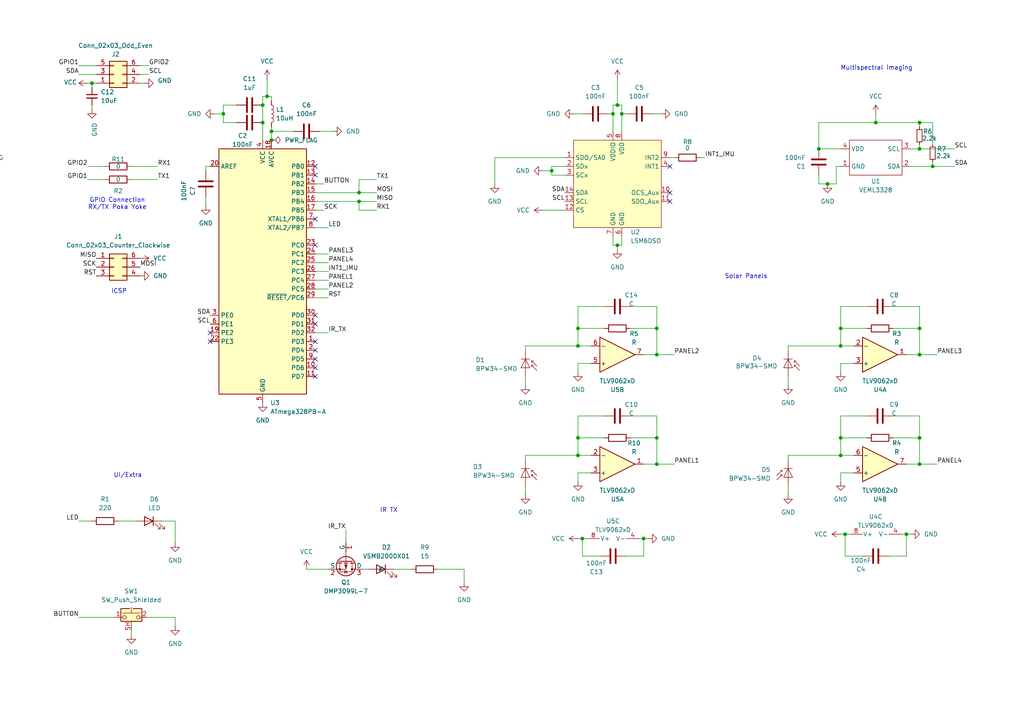
<source format=kicad_sch>
(kicad_sch (version 20231120) (generator "eeschema") (generator_version "8.0")
  (paper "A4")
  (lib_symbols
    (symbol "Amplifier_Operational:TLV9062xD" (pin_names (offset 0.127))
      (property "Reference" "U" (at 2.54 6.35 0))
      (property "Value" "TLV9062xD" (at 2.54 3.81 0))
      (symbol "TLV9062xD_1_1"
        (pin output line (at 7.62 0 180) (length 2.54) (name "~") (number "1"))
        (pin input line (at -7.62 -2.54 0) (length 2.54) (name "-") (number "2"))
        (pin input line (at -7.62 2.54 0) (length 2.54) (name "+") (number "3"))
      )
      (symbol "TLV9062xD_2_1"
        (pin input line (at -7.62 2.54 0) (length 2.54) (name "+") (number "5"))
        (pin input line (at -7.62 -2.54 0) (length 2.54) (name "-") (number "6"))
        (pin output line (at 7.62 0 180) (length 2.54) (name "~") (number "7"))
      )
      (symbol "TLV9062xD_3_1"
        (pin power_in line (at 0 -7.62 90) (length 3.81) (name "V-") (number "4"))
        (pin power_in line (at 0 7.62 270) (length 3.81) (name "V+") (number "8"))
      )
    )
    (symbol "Connector_Generic:Conn_02x03_Counter_Clockwise" (pin_names (offset 1.016) hide)
      (property "Reference" "J" (at 1.27 5.08 0))
      (property "Value" "Conn_02x03_Counter_Clockwise" (at 1.27 -5.08 0))
      (symbol "Conn_02x03_Counter_Clockwise_1_1"
        (pin passive line (at -5.08 2.54 0) (length 3.81) (name "Pin_1") (number "1"))
        (pin passive line (at -5.08 0 0) (length 3.81) (name "Pin_2") (number "2"))
        (pin passive line (at -5.08 -2.54 0) (length 3.81) (name "Pin_3") (number "3"))
        (pin passive line (at 7.62 -2.54 180) (length 3.81) (name "Pin_4") (number "4"))
        (pin passive line (at 7.62 0 180) (length 3.81) (name "Pin_5") (number "5"))
        (pin passive line (at 7.62 2.54 180) (length 3.81) (name "Pin_6") (number "6"))
      )
    )
    (symbol "Connector_Generic:Conn_02x03_Odd_Even" (pin_names (offset 1.016) hide)
      (property "Reference" "J" (at 1.27 5.08 0))
      (property "Value" "Conn_02x03_Odd_Even" (at 1.27 -5.08 0))
      (symbol "Conn_02x03_Odd_Even_1_1"
        (pin passive line (at -5.08 2.54 0) (length 3.81) (name "Pin_1") (number "1"))
        (pin passive line (at 7.62 2.54 180) (length 3.81) (name "Pin_2") (number "2"))
        (pin passive line (at -5.08 0 0) (length 3.81) (name "Pin_3") (number "3"))
        (pin passive line (at 7.62 0 180) (length 3.81) (name "Pin_4") (number "4"))
        (pin passive line (at -5.08 -2.54 0) (length 3.81) (name "Pin_5") (number "5"))
        (pin passive line (at 7.62 -2.54 180) (length 3.81) (name "Pin_6") (number "6"))
      )
    )
    (symbol "Device:C" (pin_numbers hide) (pin_names (offset 0.254))
      (property "Reference" "C" (at 0.635 2.54 0))
      (property "Value" "C" (at 0.635 -2.54 0))
      (symbol "C_1_1"
        (pin passive line (at 0 3.81 270) (length 2.794) (name "~") (number "1"))
        (pin passive line (at 0 -3.81 90) (length 2.794) (name "~") (number "2"))
      )
    )
    (symbol "Device:C_Small" (pin_numbers hide) (pin_names (offset 0.254) hide)
      (property "Reference" "C" (at 0.254 1.778 0))
      (property "Value" "C_Small" (at 0.254 -2.032 0))
      (symbol "C_Small_1_1"
        (pin passive line (at 0 2.54 270) (length 2.032) (name "~") (number "1"))
        (pin passive line (at 0 -2.54 90) (length 2.032) (name "~") (number "2"))
      )
    )
    (symbol "Device:L" (pin_numbers hide) (pin_names (offset 1.016) hide)
      (property "Reference" "L" (at -1.27 0 90))
      (property "Value" "L" (at 1.905 0 90))
      (symbol "L_1_1"
        (pin passive line (at 0 3.81 270) (length 1.27) (name "1") (number "1"))
        (pin passive line (at 0 -3.81 90) (length 1.27) (name "2") (number "2"))
      )
    )
    (symbol "Device:LED" (pin_numbers hide) (pin_names (offset 1.016) hide)
      (property "Reference" "D" (at 0 2.54 0))
      (property "Value" "LED" (at 0 -2.54 0))
      (symbol "LED_1_1"
        (pin passive line (at -3.81 0 0) (length 2.54) (name "K") (number "1"))
        (pin passive line (at 3.81 0 180) (length 2.54) (name "A") (number "2"))
      )
    )
    (symbol "Device:Q_PMOS_GSD" (pin_names (offset 0))
      (property "Reference" "Q" (at 5.08 1.27 0))
      (property "Value" "Q_PMOS_GSD" (at 5.08 -1.27 0))
      (symbol "Q_PMOS_GSD_1_1"
        (pin input line (at -5.08 0 0) (length 2.54) (name "G") (number "1"))
        (pin passive line (at 2.54 -5.08 90) (length 2.54) (name "S") (number "2"))
        (pin passive line (at 2.54 5.08 270) (length 2.54) (name "D") (number "3"))
      )
    )
    (symbol "Device:R" (pin_numbers hide) (pin_names (offset 0))
      (property "Reference" "R" (at 2.032 0 90))
      (property "Value" "R" (at 0 0 90))
      (symbol "R_1_1"
        (pin passive line (at 0 3.81 270) (length 1.27) (name "~") (number "1"))
        (pin passive line (at 0 -3.81 90) (length 1.27) (name "~") (number "2"))
      )
    )
    (symbol "Device:R_Small" (pin_numbers hide) (pin_names (offset 0.254) hide)
      (property "Reference" "R" (at 0.762 0.508 0))
      (property "Value" "R_Small" (at 0.762 -1.016 0))
      (symbol "R_Small_1_1"
        (pin passive line (at 0 2.54 270) (length 0.762) (name "~") (number "1"))
        (pin passive line (at 0 -2.54 90) (length 0.762) (name "~") (number "2"))
      )
    )
    (symbol "MCU_Microchip_ATmega:ATmega328PB-A"
      (property "Reference" "U" (at -12.7 36.83 0))
      (property "Value" "ATmega328PB-A" (at 2.54 -36.83 0))
      (symbol "ATmega328PB-A_1_1"
        (pin bidirectional line (at 15.24 -20.32 180) (length 2.54) (name "PD3") (number "1"))
        (pin bidirectional line (at 15.24 -27.94 180) (length 2.54) (name "PD6") (number "10"))
        (pin bidirectional line (at 15.24 -30.48 180) (length 2.54) (name "PD7") (number "11"))
        (pin bidirectional line (at 15.24 30.48 180) (length 2.54) (name "PB0") (number "12"))
        (pin bidirectional line (at 15.24 27.94 180) (length 2.54) (name "PB1") (number "13"))
        (pin bidirectional line (at 15.24 25.4 180) (length 2.54) (name "PB2") (number "14"))
        (pin bidirectional line (at 15.24 22.86 180) (length 2.54) (name "PB3") (number "15"))
        (pin bidirectional line (at 15.24 20.32 180) (length 2.54) (name "PB4") (number "16"))
        (pin bidirectional line (at 15.24 17.78 180) (length 2.54) (name "PB5") (number "17"))
        (pin power_in line (at 2.54 38.1 270) (length 2.54) (name "AVCC") (number "18"))
        (pin bidirectional line (at -15.24 -17.78 0) (length 2.54) (name "PE2") (number "19"))
        (pin bidirectional line (at 15.24 -22.86 180) (length 2.54) (name "PD4") (number "2"))
        (pin passive line (at -15.24 30.48 0) (length 2.54) (name "AREF") (number "20"))
        (pin passive line (at 0 -38.1 90) (length 2.54) hide (name "GND") (number "21"))
        (pin bidirectional line (at -15.24 -20.32 0) (length 2.54) (name "PE3") (number "22"))
        (pin bidirectional line (at 15.24 7.62 180) (length 2.54) (name "PC0") (number "23"))
        (pin bidirectional line (at 15.24 5.08 180) (length 2.54) (name "PC1") (number "24"))
        (pin bidirectional line (at 15.24 2.54 180) (length 2.54) (name "PC2") (number "25"))
        (pin bidirectional line (at 15.24 0 180) (length 2.54) (name "PC3") (number "26"))
        (pin bidirectional line (at 15.24 -2.54 180) (length 2.54) (name "PC4") (number "27"))
        (pin bidirectional line (at 15.24 -5.08 180) (length 2.54) (name "PC5") (number "28"))
        (pin bidirectional line (at 15.24 -7.62 180) (length 2.54) (name "~{RESET}/PC6") (number "29"))
        (pin bidirectional line (at -15.24 -12.7 0) (length 2.54) (name "PE0") (number "3"))
        (pin bidirectional line (at 15.24 -12.7 180) (length 2.54) (name "PD0") (number "30"))
        (pin bidirectional line (at 15.24 -15.24 180) (length 2.54) (name "PD1") (number "31"))
        (pin bidirectional line (at 15.24 -17.78 180) (length 2.54) (name "PD2") (number "32"))
        (pin power_in line (at 0 38.1 270) (length 2.54) (name "VCC") (number "4"))
        (pin power_in line (at 0 -38.1 90) (length 2.54) (name "GND") (number "5"))
        (pin bidirectional line (at -15.24 -15.24 0) (length 2.54) (name "PE1") (number "6"))
        (pin bidirectional line (at 15.24 15.24 180) (length 2.54) (name "XTAL1/PB6") (number "7"))
        (pin bidirectional line (at 15.24 12.7 180) (length 2.54) (name "XTAL2/PB7") (number "8"))
        (pin bidirectional line (at 15.24 -25.4 180) (length 2.54) (name "PD5") (number "9"))
      )
    )
    (symbol "Sensor_Optical:BPW34-SMD" (pin_numbers hide) (pin_names (offset 1.016) hide)
      (property "Reference" "D" (at 0.508 1.778 0))
      (property "Value" "BPW34-SMD" (at -1.016 -2.794 0))
      (symbol "BPW34-SMD_1_1"
        (pin passive line (at -5.08 0 0) (length 2.54) (name "K") (number "1"))
        (pin passive line (at 2.54 0 180) (length 2.54) (name "A") (number "2"))
      )
    )
    (symbol "Switch:SW_Push_Shielded" (pin_names (offset 1.016) hide)
      (property "Reference" "SW" (at 4.318 2.032 0))
      (property "Value" "SW_Push_Shielded" (at 0 4.572 0))
      (symbol "SW_Push_Shielded_0_1"
        (pin passive line (at -5.08 0 0) (length 2.54) (name "1") (number "1"))
        (pin passive line (at 5.08 0 180) (length 2.54) (name "2") (number "2"))
      )
      (symbol "SW_Push_Shielded_1_1"
        (pin passive line (at 0 -3.81 90) (length 2.54) (name "B") (number "SH"))
      )
    )
    (symbol "optical_sensors:LSM6DSO"
      (property "Reference" "U" (at -12.446 16.256 0))
      (property "Value" "LSM6DSO" (at -8.636 14.478 0))
      (symbol "LSM6DSO_1_1"
        (pin bidirectional line (at -15.24 7.62 0) (length 2.54) (name "SDO/SA0") (number "1"))
        (pin output line (at 15.24 -2.54 180) (length 2.54) (name "OCS_Aux") (number "10"))
        (pin output line (at 15.24 -5.08 180) (length 2.54) (name "SDO_Aux") (number "11"))
        (pin input line (at -15.24 -7.62 0) (length 2.54) (name "CS") (number "12"))
        (pin output line (at -15.24 -5.08 0) (length 2.54) (name "SCL") (number "13"))
        (pin bidirectional line (at -15.24 -2.54 0) (length 2.54) (name "SDA") (number "14"))
        (pin bidirectional line (at -15.24 5.08 0) (length 2.54) (name "SDx") (number "2"))
        (pin input line (at -15.24 2.54 0) (length 2.54) (name "SCx") (number "3"))
        (pin output line (at 15.24 5.08 180) (length 2.54) (name "INT1") (number "4"))
        (pin power_in line (at -1.27 15.24 270) (length 2.54) (name "VDDIO") (number "5"))
        (pin power_in line (at 1.27 -15.24 90) (length 2.54) (name "GND") (number "6"))
        (pin power_in line (at -1.27 -15.24 90) (length 2.54) (name "GND") (number "7"))
        (pin power_in line (at 1.27 15.24 270) (length 2.54) (name "VDD") (number "8"))
        (pin output line (at 15.24 7.62 180) (length 2.54) (name "INT2") (number "9"))
      )
    )
    (symbol "optical_sensors:VEML3328"
      (property "Reference" "U" (at 0 9.652 0))
      (property "Value" "VEML3328" (at 0 7.366 0))
      (symbol "VEML3328_1_1"
        (pin power_in line (at -10.16 -2.54 0) (length 2.54) (name "GND") (number "1"))
        (pin bidirectional line (at 10.16 -2.54 180) (length 2.54) (name "SDA") (number "2"))
        (pin bidirectional line (at 10.16 2.54 180) (length 2.54) (name "SCL") (number "3"))
        (pin power_in line (at -10.16 2.54 0) (length 2.54) (name "VDD") (number "4"))
      )
    )
    (symbol "optical_sensors:VSMB2000X01" (pin_numbers hide)
      (property "Reference" "D" (at 0 4.826 0))
      (property "Value" "VSMB2000X01" (at 0 2.794 0))
      (symbol "VSMB2000X01_1_1"
        (pin passive line (at -2.54 0 0) (length 2.54) (name "K") (number "1"))
        (pin passive line (at 5.08 0 180) (length 2.54) (name "A") (number "2"))
      )
    )
    (symbol "power:GND" (power) (pin_numbers hide) (pin_names (offset 0) hide)
      (property "Value" "GND" (at 0 -3.81 0))
      (symbol "GND_1_1"
        (pin power_in line (at 0 0 270) (length 0) (name "~") (number "1"))
      )
    )
    (symbol "power:PWR_FLAG" (power) (pin_numbers hide) (pin_names (offset 0) hide)
      (property "Value" "PWR_FLAG" (at 0 3.81 0))
      (symbol "PWR_FLAG_0_0"
        (pin power_out line (at 0 0 90) (length 0) (name "~") (number "1"))
      )
    )
    (symbol "power:VCC" (power) (pin_numbers hide) (pin_names (offset 0) hide)
      (property "Value" "VCC" (at 0 3.556 0))
      (symbol "VCC_1_1"
        (pin power_in line (at 0 0 90) (length 0) (name "~") (number "1"))
      )
    )
  )
  (junction (at 266.7 35.56))
  (junction (at 77.47 27.94))
  (junction (at 177.8 33.02))
  (junction (at 266.7 134.62))
  (junction (at 186.69 156.21))
  (junction (at 167.64 100.33))
  (junction (at 179.07 71.12))
  (junction (at 76.2 35.56))
  (junction (at 167.64 132.08))
  (junction (at 240.03 53.34))
  (junction (at 168.91 156.21))
  (junction (at 266.7 127))
  (junction (at 190.5 95.25))
  (junction (at 64.77 33.02))
  (junction (at 104.14 58.42))
  (junction (at 237.49 43.18))
  (junction (at 179.07 30.48))
  (junction (at 180.34 33.02))
  (junction (at 243.84 127))
  (junction (at 26.67 24.13))
  (junction (at 167.64 95.25))
  (junction (at 266.7 102.87))
  (junction (at 270.51 48.26))
  (junction (at 78.74 40.64))
  (junction (at 78.74 38.1))
  (junction (at 243.84 100.33))
  (junction (at 254 35.56))
  (junction (at 243.84 132.08))
  (junction (at 262.89 154.94))
  (junction (at 266.7 43.18))
  (junction (at 76.2 30.48))
  (junction (at 190.5 134.62))
  (junction (at 245.11 154.94))
  (junction (at 190.5 102.87))
  (junction (at 104.14 55.88))
  (junction (at 167.64 127))
  (junction (at 266.7 95.25))
  (junction (at 190.5 127))
  (junction (at 243.84 95.25))
  (junction (at 160.02 49.53))
  (no_connect (at 60.96 99.06))
  (no_connect (at 91.44 93.98))
  (no_connect (at 91.44 71.12))
  (no_connect (at 91.44 101.6))
  (no_connect (at 91.44 104.14))
  (no_connect (at 91.44 106.68))
  (no_connect (at 60.96 96.52))
  (no_connect (at 91.44 50.8))
  (no_connect (at 194.31 58.42))
  (no_connect (at 91.44 99.06))
  (no_connect (at 194.31 48.26))
  (no_connect (at 91.44 109.22))
  (no_connect (at 91.44 63.5))
  (no_connect (at 194.31 55.88))
  (no_connect (at 91.44 91.44))
  (no_connect (at 91.44 48.26))
  (wire (pts (xy 261.62 154.94) (xy 262.89 154.94)))
  (wire (pts (xy 152.4 133.35) (xy 152.4 132.08)))
  (wire (pts (xy 163.83 48.26) (xy 160.02 48.26)))
  (wire (pts (xy 134.62 165.1) (xy 134.62 168.91)))
  (wire (pts (xy 104.14 55.88) (xy 104.14 52.07)))
  (wire (pts (xy 243.84 105.41) (xy 243.84 107.95)))
  (wire (pts (xy 50.8 151.13) (xy 50.8 157.48)))
  (wire (pts (xy 179.07 71.12) (xy 180.34 71.12)))
  (wire (pts (xy 254 35.56) (xy 254 33.02)))
  (wire (pts (xy 179.07 30.48) (xy 180.34 30.48)))
  (wire (pts (xy 180.34 33.02) (xy 180.34 38.1)))
  (wire (pts (xy 177.8 33.02) (xy 177.8 38.1)))
  (wire (pts (xy 264.16 48.26) (xy 270.51 48.26)))
  (wire (pts (xy 22.86 21.59) (xy 27.94 21.59)))
  (wire (pts (xy 167.64 132.08) (xy 171.45 132.08)))
  (wire (pts (xy 78.74 36.83) (xy 78.74 38.1)))
  (wire (pts (xy 38.1 182.88) (xy 38.1 184.15)))
  (wire (pts (xy 152.4 132.08) (xy 167.64 132.08)))
  (wire (pts (xy 22.86 179.07) (xy 33.02 179.07)))
  (wire (pts (xy 104.14 60.96) (xy 109.22 60.96)))
  (wire (pts (xy 242.57 48.26) (xy 242.57 53.34)))
  (wire (pts (xy 189.23 33.02) (xy 191.77 33.02)))
  (wire (pts (xy 160.02 49.53) (xy 157.48 49.53)))
  (wire (pts (xy 270.51 46.99) (xy 270.51 48.26)))
  (wire (pts (xy 59.69 49.53) (xy 59.69 48.26)))
  (wire (pts (xy 190.5 88.9) (xy 190.5 95.25)))
  (wire (pts (xy 228.6 133.35) (xy 228.6 132.08)))
  (wire (pts (xy 167.64 120.65) (xy 175.26 120.65)))
  (wire (pts (xy 39.37 151.13) (xy 34.29 151.13)))
  (wire (pts (xy 243.84 127) (xy 243.84 120.65)))
  (wire (pts (xy 106.68 165.1) (xy 105.41 165.1)))
  (wire (pts (xy 160.02 50.8) (xy 163.83 50.8)))
  (wire (pts (xy 266.7 43.18) (xy 276.86 43.18)))
  (wire (pts (xy 266.7 120.65) (xy 266.7 127)))
  (wire (pts (xy 259.08 95.25) (xy 266.7 95.25)))
  (wire (pts (xy 259.08 127) (xy 266.7 127)))
  (wire (pts (xy 64.77 30.48) (xy 64.77 33.02)))
  (wire (pts (xy 179.07 22.86) (xy 179.07 30.48)))
  (wire (pts (xy 237.49 35.56) (xy 237.49 43.18)))
  (wire (pts (xy 190.5 120.65) (xy 190.5 127)))
  (wire (pts (xy 91.44 78.74) (xy 95.25 78.74)))
  (wire (pts (xy 95.25 165.1) (xy 88.9 165.1)))
  (wire (pts (xy 62.23 33.02) (xy 64.77 33.02)))
  (wire (pts (xy 168.91 156.21) (xy 170.18 156.21)))
  (wire (pts (xy 91.44 73.66) (xy 95.25 73.66)))
  (wire (pts (xy 259.08 120.65) (xy 266.7 120.65)))
  (wire (pts (xy 243.84 137.16) (xy 243.84 139.7)))
  (wire (pts (xy 40.64 19.05) (xy 43.18 19.05)))
  (wire (pts (xy 237.49 53.34) (xy 240.03 53.34)))
  (wire (pts (xy 167.64 95.25) (xy 167.64 88.9)))
  (wire (pts (xy 152.4 100.33) (xy 167.64 100.33)))
  (wire (pts (xy 26.67 24.13) (xy 26.67 25.4)))
  (wire (pts (xy 93.98 53.34) (xy 91.44 53.34)))
  (wire (pts (xy 78.74 27.94) (xy 78.74 29.21)))
  (wire (pts (xy 25.4 48.26) (xy 30.48 48.26)))
  (wire (pts (xy 182.88 88.9) (xy 190.5 88.9)))
  (wire (pts (xy 264.16 43.18) (xy 266.7 43.18)))
  (wire (pts (xy 237.49 35.56) (xy 254 35.56)))
  (wire (pts (xy 91.44 96.52) (xy 95.25 96.52)))
  (wire (pts (xy 104.14 58.42) (xy 104.14 60.96)))
  (wire (pts (xy 59.69 57.15) (xy 59.69 59.69)))
  (wire (pts (xy 243.84 95.25) (xy 251.46 95.25)))
  (wire (pts (xy 243.84 154.94) (xy 245.11 154.94)))
  (wire (pts (xy 64.77 30.48) (xy 68.58 30.48)))
  (wire (pts (xy 257.81 161.29) (xy 262.89 161.29)))
  (wire (pts (xy 22.86 19.05) (xy 27.94 19.05)))
  (wire (pts (xy 160.02 48.26) (xy 160.02 49.53)))
  (wire (pts (xy 245.11 161.29) (xy 250.19 161.29)))
  (wire (pts (xy 190.5 95.25) (xy 190.5 102.87)))
  (wire (pts (xy 181.61 161.29) (xy 186.69 161.29)))
  (wire (pts (xy 247.65 137.16) (xy 243.84 137.16)))
  (wire (pts (xy 266.7 88.9) (xy 266.7 95.25)))
  (wire (pts (xy 171.45 105.41) (xy 167.64 105.41)))
  (wire (pts (xy 243.84 100.33) (xy 247.65 100.33)))
  (wire (pts (xy 262.89 154.94) (xy 264.16 154.94)))
  (wire (pts (xy 259.08 88.9) (xy 266.7 88.9)))
  (wire (pts (xy 240.03 53.34) (xy 242.57 53.34)))
  (wire (pts (xy 245.11 154.94) (xy 245.11 161.29)))
  (wire (pts (xy 40.64 21.59) (xy 43.18 21.59)))
  (wire (pts (xy 243.84 132.08) (xy 247.65 132.08)))
  (wire (pts (xy 186.69 156.21) (xy 186.69 161.29)))
  (wire (pts (xy 91.44 83.82) (xy 95.25 83.82)))
  (wire (pts (xy 186.69 102.87) (xy 190.5 102.87)))
  (wire (pts (xy 104.14 52.07) (xy 109.22 52.07)))
  (wire (pts (xy 180.34 30.48) (xy 180.34 33.02)))
  (wire (pts (xy 157.48 60.96) (xy 163.83 60.96)))
  (wire (pts (xy 190.5 102.87) (xy 195.58 102.87)))
  (wire (pts (xy 59.69 48.26) (xy 60.96 48.26)))
  (wire (pts (xy 173.99 161.29) (xy 168.91 161.29)))
  (wire (pts (xy 50.8 179.07) (xy 50.8 181.61)))
  (wire (pts (xy 186.69 134.62) (xy 190.5 134.62)))
  (wire (pts (xy 182.88 127) (xy 190.5 127)))
  (wire (pts (xy 182.88 95.25) (xy 190.5 95.25)))
  (wire (pts (xy 243.84 48.26) (xy 242.57 48.26)))
  (wire (pts (xy -3.81 50.8) (xy -3.81 55.88)))
  (wire (pts (xy 243.84 88.9) (xy 251.46 88.9)))
  (wire (pts (xy 167.64 100.33) (xy 167.64 95.25)))
  (wire (pts (xy 77.47 27.94) (xy 76.2 27.94)))
  (wire (pts (xy 228.6 100.33) (xy 243.84 100.33)))
  (wire (pts (xy 167.64 137.16) (xy 167.64 139.7)))
  (wire (pts (xy 38.1 48.26) (xy 45.72 48.26)))
  (wire (pts (xy 152.4 109.22) (xy 152.4 111.76)))
  (wire (pts (xy 91.44 76.2) (xy 95.25 76.2)))
  (wire (pts (xy 167.64 127) (xy 175.26 127)))
  (wire (pts (xy 237.49 50.8) (xy 237.49 53.34)))
  (wire (pts (xy 270.51 35.56) (xy 270.51 41.91)))
  (wire (pts (xy 186.69 156.21) (xy 187.96 156.21)))
  (wire (pts (xy 237.49 43.18) (xy 243.84 43.18)))
  (wire (pts (xy -12.7 50.8) (xy -12.7 55.88)))
  (wire (pts (xy 91.44 81.28) (xy 95.25 81.28)))
  (wire (pts (xy 243.84 132.08) (xy 243.84 127)))
  (wire (pts (xy 185.42 156.21) (xy 186.69 156.21)))
  (wire (pts (xy 228.6 109.22) (xy 228.6 111.76)))
  (wire (pts (xy 143.51 45.72) (xy 163.83 45.72)))
  (wire (pts (xy 228.6 101.6) (xy 228.6 100.33)))
  (wire (pts (xy 171.45 137.16) (xy 167.64 137.16)))
  (wire (pts (xy 143.51 45.72) (xy 143.51 53.34)))
  (wire (pts (xy 177.8 71.12) (xy 179.07 71.12)))
  (wire (pts (xy 243.84 95.25) (xy 243.84 88.9)))
  (wire (pts (xy 91.44 55.88) (xy 104.14 55.88)))
  (wire (pts (xy 91.44 86.36) (xy 95.25 86.36)))
  (wire (pts (xy 266.7 41.91) (xy 266.7 43.18)))
  (wire (pts (xy 78.74 27.94) (xy 77.47 27.94)))
  (wire (pts (xy 168.91 33.02) (xy 166.37 33.02)))
  (wire (pts (xy 40.64 24.13) (xy 41.91 24.13)))
  (wire (pts (xy 167.64 88.9) (xy 175.26 88.9)))
  (wire (pts (xy 127 165.1) (xy 134.62 165.1)))
  (wire (pts (xy 270.51 48.26) (xy 276.86 48.26)))
  (wire (pts (xy 168.91 156.21) (xy 168.91 161.29)))
  (wire (pts (xy 26.67 151.13) (xy 22.86 151.13)))
  (wire (pts (xy 262.89 102.87) (xy 266.7 102.87)))
  (wire (pts (xy 119.38 165.1) (xy 114.3 165.1)))
  (wire (pts (xy 95.25 66.04) (xy 91.44 66.04)))
  (wire (pts (xy 180.34 33.02) (xy 181.61 33.02)))
  (wire (pts (xy 26.67 24.13) (xy 27.94 24.13)))
  (wire (pts (xy 266.7 35.56) (xy 270.51 35.56)))
  (wire (pts (xy 243.84 120.65) (xy 251.46 120.65)))
  (wire (pts (xy 243.84 100.33) (xy 243.84 95.25)))
  (wire (pts (xy 64.77 35.56) (xy 68.58 35.56)))
  (wire (pts (xy 26.67 30.48) (xy 26.67 31.75)))
  (wire (pts (xy 167.64 156.21) (xy 168.91 156.21)))
  (wire (pts (xy 100.33 153.67) (xy 100.33 157.48)))
  (wire (pts (xy 46.99 151.13) (xy 50.8 151.13)))
  (wire (pts (xy 152.4 140.97) (xy 152.4 143.51)))
  (wire (pts (xy 167.64 127) (xy 167.64 120.65)))
  (wire (pts (xy 180.34 71.12) (xy 180.34 68.58)))
  (wire (pts (xy 262.89 161.29) (xy 262.89 154.94)))
  (wire (pts (xy 177.8 30.48) (xy 179.07 30.48)))
  (wire (pts (xy 194.31 45.72) (xy 195.58 45.72)))
  (wire (pts (xy 78.74 38.1) (xy 85.09 38.1)))
  (wire (pts (xy 247.65 105.41) (xy 243.84 105.41)))
  (wire (pts (xy 245.11 154.94) (xy 246.38 154.94)))
  (wire (pts (xy 167.64 132.08) (xy 167.64 127)))
  (wire (pts (xy 266.7 134.62) (xy 271.78 134.62)))
  (wire (pts (xy 104.14 58.42) (xy 109.22 58.42)))
  (wire (pts (xy 176.53 33.02) (xy 177.8 33.02)))
  (wire (pts (xy 167.64 105.41) (xy 167.64 107.95)))
  (wire (pts (xy 228.6 140.97) (xy 228.6 143.51)))
  (wire (pts (xy 203.2 45.72) (xy 204.47 45.72)))
  (wire (pts (xy 91.44 58.42) (xy 104.14 58.42)))
  (wire (pts (xy 177.8 68.58) (xy 177.8 71.12)))
  (wire (pts (xy 167.64 95.25) (xy 175.26 95.25)))
  (wire (pts (xy 43.18 179.07) (xy 50.8 179.07)))
  (wire (pts (xy 76.2 27.94) (xy 76.2 30.48)))
  (wire (pts (xy 190.5 134.62) (xy 195.58 134.62)))
  (wire (pts (xy 64.77 33.02) (xy 64.77 35.56)))
  (wire (pts (xy 25.4 52.07) (xy 30.48 52.07)))
  (wire (pts (xy 91.44 60.96) (xy 93.98 60.96)))
  (wire (pts (xy 167.64 100.33) (xy 171.45 100.33)))
  (wire (pts (xy 77.47 22.86) (xy 77.47 27.94)))
  (wire (pts (xy 76.2 30.48) (xy 76.2 35.56)))
  (wire (pts (xy 266.7 95.25) (xy 266.7 102.87)))
  (wire (pts (xy 152.4 101.6) (xy 152.4 100.33)))
  (wire (pts (xy 266.7 102.87) (xy 271.78 102.87)))
  (wire (pts (xy 25.4 24.13) (xy 26.67 24.13)))
  (wire (pts (xy 76.2 35.56) (xy 76.2 40.64)))
  (wire (pts (xy 190.5 127) (xy 190.5 134.62)))
  (wire (pts (xy 266.7 35.56) (xy 266.7 36.83)))
  (wire (pts (xy 38.1 52.07) (xy 45.72 52.07)))
  (wire (pts (xy 177.8 33.02) (xy 177.8 30.48)))
  (wire (pts (xy 92.71 38.1) (xy 96.52 38.1)))
  (wire (pts (xy 104.14 55.88) (xy 109.22 55.88)))
  (wire (pts (xy 266.7 127) (xy 266.7 134.62)))
  (wire (pts (xy 179.07 71.12) (xy 179.07 72.39)))
  (wire (pts (xy 160.02 49.53) (xy 160.02 50.8)))
  (wire (pts (xy 243.84 127) (xy 251.46 127)))
  (wire (pts (xy 228.6 132.08) (xy 243.84 132.08)))
  (wire (pts (xy 78.74 38.1) (xy 78.74 40.64)))
  (wire (pts (xy 262.89 134.62) (xy 266.7 134.62)))
  (wire (pts (xy 254 35.56) (xy 266.7 35.56)))
  (wire (pts (xy 182.88 120.65) (xy 190.5 120.65)))
  (text "Solar Panels" (at 216.408 80.264 0) (effects (font (size 1.27 1.27))))
  (text "UI/Extra" (at 37.084 137.922 0) (effects (font (size 1.27 1.27))))
  (text "Multispectral imaging" (at 254.254 19.812 0) (effects (font (size 1.27 1.27))))
  (text "IR TX" (at 112.776 148.082 0) (effects (font (size 1.27 1.27))))
  (text "GPIO Connection\nRX/TX Poka Yoke" (at 34.036 59.182 0) (effects (font (size 1.27 1.27))))
  (text "ICSP" (at 34.544 84.582 0) (effects (font (size 1.27 1.27))))
  (label "PANEL4" (at 95.25 76.2 0))
  (label "BUTTON" (at 93.98 53.34 0))
  (label "RX1" (at 109.22 60.96 0))
  (label "PANEL2" (at 195.58 102.87 0))
  (label "SCK" (at 27.94 77.47 180))
  (label "SCL" (at 43.18 21.59 0))
  (label "PANEL3" (at 271.78 102.87 0))
  (label "TX1" (at 45.72 52.07 0))
  (label "MISO" (at 109.22 58.42 0))
  (label "INT1_IMU" (at 204.47 45.72 0))
  (label "GPIO1" (at 25.4 52.07 180))
  (label "PANEL1" (at 195.58 134.62 0))
  (label "PANEL4" (at 271.78 134.62 0))
  (label "LED" (at 95.25 66.04 0))
  (label "INT1_IMU" (at 95.25 78.74 0))
  (label "RST" (at 27.94 80.01 180))
  (label "PANEL3" (at 95.25 73.66 0))
  (label "GPIO2" (at 43.18 19.05 0))
  (label "MISO" (at 27.94 74.93 180))
  (label "BUTTON" (at 22.86 179.07 180))
  (label "RX1" (at 45.72 48.26 0))
  (label "PANEL1" (at 95.25 81.28 0))
  (label "TX1" (at 109.22 52.07 0))
  (label "SDA" (at 276.86 48.26 0))
  (label "MOSI" (at 40.64 77.47 0))
  (label "SDA" (at 163.83 55.88 180))
  (label "PANEL2" (at 95.25 83.82 0))
  (label "IR_TX" (at 95.25 96.52 0))
  (label "SCK" (at 93.98 60.96 0))
  (label "SDA" (at 60.96 91.44 180))
  (label "SCL" (at 276.86 43.18 0))
  (label "SCL" (at 163.83 58.42 180))
  (label "MOSI" (at 109.22 55.88 0))
  (label "GPIO1" (at 22.86 19.05 180))
  (label "SDA" (at 22.86 21.59 180))
  (label "GPIO2" (at 25.4 48.26 180))
  (label "LED" (at 22.86 151.13 180))
  (label "IR_TX" (at 100.33 153.67 180))
  (label "SCL" (at 60.96 93.98 180))
  (label "RST" (at 95.25 86.36 0))
  (symbol (lib_id "power:GND") (at 40.64 80.01 90) (unit 1)
    (property "Reference" "#PWR016" (effects (hide yes)))
    (property "Value" "GND" (at 44.45 80.0099 90) (effects (justify right)))
    (property "Description" "Power symbol creates a global label with name \"GND\" , ground" (effects (hide yes)))
  )
  (symbol (lib_id "power:GND") (at 243.84 139.7 0) (unit 1)
    (property "Reference" "#PWR020" (effects (hide yes)))
    (property "Value" "GND" (at 243.84 144.78 0))
    (property "Description" "Power symbol creates a global label with name \"GND\" , ground" (effects (hide yes)))
  )
  (symbol (lib_id "power:GND") (at 50.8 157.48 0) (mirror y) (unit 1)
    (property "Reference" "#PWR018" (effects (hide yes)))
    (property "Value" "GND" (at 50.8 162.56 0))
    (property "Description" "Power symbol creates a global label with name \"GND\" , ground" (effects (hide yes)))
  )
  (symbol (lib_id "power:VCC") (at 77.47 22.86 0) (unit 1)
    (property "Reference" "#PWR05" (effects (hide yes)))
    (property "Value" "VCC" (at 77.47 17.78 0))
    (property "Description" "Power symbol creates a global label with name \"VCC\"" (effects (hide yes)))
  )
  (symbol (lib_id "Device:R") (at 123.19 165.1 270) (mirror x) (unit 1)
    (property "Reference" "R9" (at 123.19 158.75 90))
    (property "Value" "15" (at 123.19 161.29 90))
    (property "Footprint" "Resistor_SMD:R_1206_3216Metric_Pad1.30x1.75mm_HandSolder" (effects (hide yes)))
    (property "Description" "Resistor" (effects (hide yes)))
  )
  (symbol (lib_id "power:GND") (at 41.91 24.13 90) (unit 1)
    (property "Reference" "#PWR02" (effects (hide yes)))
    (property "Value" "GND" (at 45.72 23.368 90) (effects (justify right)))
    (property "Description" "Power symbol creates a global label with name \"GND\" , ground" (effects (hide yes)))
  )
  (symbol (lib_id "Device:Q_PMOS_GSD") (at 100.33 162.56 270) (unit 1)
    (property "Reference" "Q1" (at 100.33 168.91 90))
    (property "Value" "DMP3099L-7" (at 100.33 171.45 90))
    (property "Footprint" "Package_TO_SOT_SMD:SOT-23" (effects (hide yes)))
    (property "Description" "P-MOSFET transistor, gate/source/drain" (effects (hide yes)))
  )
  (symbol (lib_id "power:PWR_FLAG") (at -3.81 50.8 0) (unit 1)
    (property "Reference" "#FLG01" (effects (hide yes)))
    (property "Value" "PWR_FLAG" (at -3.81 45.72 0))
    (property "Description" "Special symbol for telling ERC where power comes from" (effects (hide yes)))
  )
  (symbol (lib_id "power:GND") (at 243.84 107.95 0) (unit 1)
    (property "Reference" "#PWR021" (effects (hide yes)))
    (property "Value" "GND" (at 243.84 113.03 0))
    (property "Description" "Power symbol creates a global label with name \"GND\" , ground" (effects (hide yes)))
  )
  (symbol (lib_id "Sensor_Optical:BPW34-SMD") (at 228.6 138.43 90) (mirror x) (unit 1)
    (property "Reference" "D5" (at 223.52 136.2328 90) (effects (justify left)))
    (property "Value" "BPW34-SMD" (at 223.52 138.7728 90) (effects (justify left)))
    (property "Footprint" "OptoDevice:Osram_BPW34S-SMD" (effects (hide yes)))
    (property "Datasheet" "https://dammedia.osram.info/media/resource/hires/osram-dam-5488319/BPW%2034%20S_EN.pdf" (effects (hide yes)))
    (property "Description" "Silicon PIN Photodiode, Area 2.65x2.65mm" (effects (hide yes)))
  )
  (symbol (lib_id "Connector_Generic:Conn_02x03_Counter_Clockwise") (at 33.02 77.47 0) (unit 1)
    (property "Reference" "J1" (at 34.29 68.58 0))
    (property "Value" "Conn_02x03_Counter_Clockwise" (at 34.29 71.12 0))
    (property "Footprint" "optical_sensors:Pogo_pads_2x3_P2.54mm" (effects (hide yes)))
    (property "Description" "Generic connector, double row, 02x03, counter clockwise pin numbering scheme (similar to DIP package numbering), script generated (kicad-library-utils/schlib/autogen/connector/)" (effects (hide yes)))
  )
  (symbol (lib_id "Device:R_Small") (at 266.7 39.37 0) (unit 1)
    (property "Reference" "R6" (at 267.716 38.0999 0) (effects (justify left)))
    (property "Value" "2.2k" (at 267.462 40.132 0) (effects (justify left)))
    (property "Footprint" "Resistor_SMD:R_0805_2012Metric_Pad1.20x1.40mm_HandSolder" (effects (hide yes)))
    (property "Description" "Resistor, small symbol" (effects (hide yes)))
  )
  (symbol (lib_id "Device:R") (at 199.39 45.72 90) (unit 1)
    (property "Reference" "R8" (at 199.39 41.148 90))
    (property "Value" "0" (at 199.39 42.926 90))
    (property "Footprint" "Resistor_SMD:R_0805_2012Metric_Pad1.20x1.40mm_HandSolder" (effects (hide yes)))
    (property "Description" "Resistor" (effects (hide yes)))
  )
  (symbol (lib_id "Device:C") (at 179.07 88.9 90) (unit 1)
    (property "Reference" "C14" (at 183.134 85.598 90))
    (property "Value" "C" (at 183.134 88.138 90))
    (property "Footprint" "Capacitor_SMD:C_0805_2012Metric_Pad1.18x1.45mm_HandSolder" (effects (hide yes)))
    (property "Description" "Unpolarized capacitor" (effects (hide yes)))
  )
  (symbol (lib_id "Amplifier_Operational:TLV9062xD") (at 255.27 134.62 0) (mirror x) (unit 2)
    (property "Reference" "U4" (at 255.27 144.78 0))
    (property "Value" "TLV9062xD" (at 255.27 142.24 0))
    (property "Footprint" "Package_SO:SOIC-8_3.9x4.9mm_P1.27mm" (effects (hide yes)))
    (property "Datasheet" "https://www.ti.com/lit/ds/symlink/tlv9062.pdf" (effects (hide yes)))
    (property "Description" "Dual operational amplifier, 300 uV Offset, SOIC-8" (effects (hide yes)))
  )
  (symbol (lib_id "optical_sensors:VEML3328") (at 254 45.72 0) (unit 1)
    (property "Reference" "U1" (at 254 52.578 0))
    (property "Value" "VEML3328" (at 254 55.118 0))
    (property "Footprint" "optical_sensors:VEML3328" (effects (hide yes)))
    (property "Datasheet" "https://www.vishay.com/docs/84968/veml3328.pdf" (effects (hide yes)))
    (property "Description" "RGBCIR Color Sensor With I2C Interface" (effects (hide yes)))
  )
  (symbol (lib_id "Device:C") (at 88.9 38.1 90) (unit 1)
    (property "Reference" "C6" (at 88.9 30.48 90))
    (property "Value" "100nF" (at 88.9 33.02 90))
    (property "Footprint" "Capacitor_SMD:C_0805_2012Metric_Pad1.18x1.45mm_HandSolder" (effects (hide yes)))
    (property "Description" "Unpolarized capacitor" (effects (hide yes)))
  )
  (symbol (lib_id "Device:C") (at 255.27 120.65 90) (unit 1)
    (property "Reference" "C9" (at 259.334 117.348 90))
    (property "Value" "C" (at 259.334 119.888 90))
    (property "Footprint" "Capacitor_SMD:C_0805_2012Metric_Pad1.18x1.45mm_HandSolder" (effects (hide yes)))
    (property "Description" "Unpolarized capacitor" (effects (hide yes)))
  )
  (symbol (lib_id "Device:C") (at 72.39 35.56 90) (unit 1)
    (property "Reference" "C2" (at 70.358 39.37 90))
    (property "Value" "100nF" (at 70.358 41.91 90))
    (property "Footprint" "Capacitor_SMD:C_0805_2012Metric_Pad1.18x1.45mm_HandSolder" (effects (hide yes)))
    (property "Description" "Unpolarized capacitor" (effects (hide yes)))
  )
  (symbol (lib_id "power:GND") (at 228.6 111.76 0) (unit 1)
    (property "Reference" "#PWR013" (effects (hide yes)))
    (property "Value" "GND" (at 228.6 116.84 0))
    (property "Description" "Power symbol creates a global label with name \"GND\" , ground" (effects (hide yes)))
  )
  (symbol (lib_id "power:GND") (at 50.8 181.61 0) (unit 1)
    (property "Reference" "#PWR017" (effects (hide yes)))
    (property "Value" "GND" (at 50.8 186.69 0))
    (property "Description" "Power symbol creates a global label with name \"GND\" , ground" (effects (hide yes)))
  )
  (symbol (lib_id "Device:C") (at 72.39 30.48 90) (unit 1)
    (property "Reference" "C11" (at 72.39 22.86 90))
    (property "Value" "1uF" (at 72.39 25.4 90))
    (property "Footprint" "Capacitor_SMD:C_0805_2012Metric_Pad1.18x1.45mm_HandSolder" (effects (hide yes)))
    (property "Description" "Unpolarized capacitor" (effects (hide yes)))
  )
  (symbol (lib_id "Device:R") (at 179.07 95.25 90) (unit 1)
    (property "Reference" "R5" (at 183.896 96.774 90))
    (property "Value" "R" (at 183.896 99.314 90))
    (property "Footprint" "Resistor_SMD:R_1206_3216Metric_Pad1.30x1.75mm_HandSolder" (effects (hide yes)))
    (property "Description" "Resistor" (effects (hide yes)))
  )
  (symbol (lib_id "Device:C") (at 179.07 120.65 90) (unit 1)
    (property "Reference" "C10" (at 183.134 117.348 90))
    (property "Value" "C" (at 183.134 119.888 90))
    (property "Footprint" "Capacitor_SMD:C_0805_2012Metric_Pad1.18x1.45mm_HandSolder" (effects (hide yes)))
    (property "Description" "Unpolarized capacitor" (effects (hide yes)))
  )
  (symbol (lib_id "power:VCC") (at 167.64 156.21 90) (unit 1)
    (property "Reference" "#PWR028" (effects (hide yes)))
    (property "Value" "VCC" (at 163.83 156.2099 90) (effects (justify left)))
    (property "Description" "Power symbol creates a global label with name \"VCC\"" (effects (hide yes)))
  )
  (symbol (lib_id "power:GND") (at 134.62 168.91 0) (mirror y) (unit 1)
    (property "Reference" "#PWR032" (effects (hide yes)))
    (property "Value" "GND" (at 134.62 173.99 0))
    (property "Description" "Power symbol creates a global label with name \"GND\" , ground" (effects (hide yes)))
  )
  (symbol (lib_id "power:GND") (at 191.77 33.02 90) (unit 1)
    (property "Reference" "#PWR08" (effects (hide yes)))
    (property "Value" "GND" (at 195.58 33.0199 90) (effects (justify right)))
    (property "Description" "Power symbol creates a global label with name \"GND\" , ground" (effects (hide yes)))
  )
  (symbol (lib_id "Device:R") (at 34.29 52.07 90) (unit 1)
    (property "Reference" "R2" (at 34.29 55.372 90))
    (property "Value" "0" (at 34.29 52.07 90))
    (property "Footprint" "Resistor_SMD:R_0805_2012Metric_Pad1.20x1.40mm_HandSolder" (effects (hide yes)))
    (property "Description" "Resistor" (effects (hide yes)))
  )
  (symbol (lib_id "Amplifier_Operational:TLV9062xD") (at 177.8 156.21 90) (unit 3)
    (property "Reference" "U5" (at 177.8 151.13 90))
    (property "Value" "TLV9062xD" (at 177.8 153.67 90))
    (property "Footprint" "Package_SO:SOIC-8_3.9x4.9mm_P1.27mm" (effects (hide yes)))
    (property "Datasheet" "https://www.ti.com/lit/ds/symlink/tlv9062.pdf" (effects (hide yes)))
    (property "Description" "Dual operational amplifier, 300 uV Offset, SOIC-8" (effects (hide yes)))
  )
  (symbol (lib_id "Amplifier_Operational:TLV9062xD") (at 179.07 102.87 0) (mirror x) (unit 2)
    (property "Reference" "U5" (at 179.07 113.03 0))
    (property "Value" "TLV9062xD" (at 179.07 110.49 0))
    (property "Footprint" "Package_SO:SOIC-8_3.9x4.9mm_P1.27mm" (effects (hide yes)))
    (property "Datasheet" "https://www.ti.com/lit/ds/symlink/tlv9062.pdf" (effects (hide yes)))
    (property "Description" "Dual operational amplifier, 300 uV Offset, SOIC-8" (effects (hide yes)))
  )
  (symbol (lib_id "power:VCC") (at -12.7 50.8 0) (unit 1)
    (property "Reference" "#PWR035" (effects (hide yes)))
    (property "Value" "VCC" (at -12.7 45.72 0))
    (property "Description" "Power symbol creates a global label with name \"VCC\"" (effects (hide yes)))
  )
  (symbol (lib_id "power:PWR_FLAG") (at -12.7 55.88 0) (mirror x) (unit 1)
    (property "Reference" "#FLG02" (effects (hide yes)))
    (property "Value" "PWR_FLAG" (at -12.7 60.96 0))
    (property "Description" "Special symbol for telling ERC where power comes from" (effects (hide yes)))
  )
  (symbol (lib_id "Sensor_Optical:BPW34-SMD") (at 152.4 106.68 270) (unit 1)
    (property "Reference" "D1" (at 137.922 104.394 90) (effects (justify left)))
    (property "Value" "BPW34-SMD" (at 137.922 106.934 90) (effects (justify left)))
    (property "Footprint" "OptoDevice:Osram_BPW34S-SMD" (effects (hide yes)))
    (property "Datasheet" "https://dammedia.osram.info/media/resource/hires/osram-dam-5488319/BPW%2034%20S_EN.pdf" (effects (hide yes)))
    (property "Description" "Silicon PIN Photodiode, Area 2.65x2.65mm" (effects (hide yes)))
  )
  (symbol (lib_id "power:VCC") (at 40.64 74.93 270) (unit 1)
    (property "Reference" "#PWR04" (effects (hide yes)))
    (property "Value" "VCC" (at 44.45 74.9299 90) (effects (justify left)))
    (property "Description" "Power symbol creates a global label with name \"VCC\"" (effects (hide yes)))
  )
  (symbol (lib_id "Device:R") (at 255.27 127 90) (unit 1)
    (property "Reference" "R4" (at 260.096 128.524 90))
    (property "Value" "R" (at 260.096 131.064 90))
    (property "Footprint" "Resistor_SMD:R_1206_3216Metric_Pad1.30x1.75mm_HandSolder" (effects (hide yes)))
    (property "Description" "Resistor" (effects (hide yes)))
  )
  (symbol (lib_id "power:GND") (at 26.67 31.75 0) (unit 1)
    (property "Reference" "#PWR038" (effects (hide yes)))
    (property "Value" "GND" (at 27.432 35.56 90) (effects (justify right)))
    (property "Description" "Power symbol creates a global label with name \"GND\" , ground" (effects (hide yes)))
  )
  (symbol (lib_id "power:PWR_FLAG") (at 78.74 40.64 270) (unit 1)
    (property "Reference" "#FLG03" (effects (hide yes)))
    (property "Value" "PWR_FLAG" (at 82.55 40.6399 90) (effects (justify left)))
    (property "Description" "Special symbol for telling ERC where power comes from" (effects (hide yes)))
  )
  (symbol (lib_id "power:GND") (at 76.2 116.84 0) (unit 1)
    (property "Reference" "#PWR06" (effects (hide yes)))
    (property "Value" "GND" (at 76.2 121.92 0))
    (property "Description" "Power symbol creates a global label with name \"GND\" , ground" (effects (hide yes)))
  )
  (symbol (lib_id "Device:C") (at 172.72 33.02 270) (mirror x) (unit 1)
    (property "Reference" "C3" (at 172.72 25.4 90))
    (property "Value" "100nF" (at 172.72 27.94 90))
    (property "Footprint" "Capacitor_SMD:C_0805_2012Metric_Pad1.18x1.45mm_HandSolder" (effects (hide yes)))
    (property "Description" "Unpolarized capacitor" (effects (hide yes)))
  )
  (symbol (lib_id "power:GND") (at 166.37 33.02 270) (mirror x) (unit 1)
    (property "Reference" "#PWR09" (effects (hide yes)))
    (property "Value" "GND" (at 162.56 33.0199 90) (effects (justify right)))
    (property "Description" "Power symbol creates a global label with name \"GND\" , ground" (effects (hide yes)))
  )
  (symbol (lib_id "power:GND") (at 167.64 107.95 0) (unit 1)
    (property "Reference" "#PWR023" (effects (hide yes)))
    (property "Value" "GND" (at 167.64 113.03 0))
    (property "Description" "Power symbol creates a global label with name \"GND\" , ground" (effects (hide yes)))
  )
  (symbol (lib_id "Device:R") (at 34.29 48.26 90) (unit 1)
    (property "Reference" "R11" (at 34.29 46.228 90))
    (property "Value" "0" (at 34.29 48.26 90))
    (property "Footprint" "Resistor_SMD:R_0805_2012Metric_Pad1.20x1.40mm_HandSolder" (effects (hide yes)))
    (property "Description" "Resistor" (effects (hide yes)))
  )
  (symbol (lib_id "power:GND") (at 152.4 111.76 0) (unit 1)
    (property "Reference" "#PWR022" (effects (hide yes)))
    (property "Value" "GND" (at 152.4 116.84 0))
    (property "Description" "Power symbol creates a global label with name \"GND\" , ground" (effects (hide yes)))
  )
  (symbol (lib_id "power:VCC") (at 157.48 60.96 90) (unit 1)
    (property "Reference" "#PWR011" (effects (hide yes)))
    (property "Value" "VCC" (at 153.67 60.9599 90) (effects (justify left)))
    (property "Description" "Power symbol creates a global label with name \"VCC\"" (effects (hide yes)))
  )
  (symbol (lib_id "power:GND") (at 187.96 156.21 90) (unit 1)
    (property "Reference" "#PWR026" (effects (hide yes)))
    (property "Value" "GND" (at 191.77 156.2099 90) (effects (justify right)))
    (property "Description" "Power symbol creates a global label with name \"GND\" , ground" (effects (hide yes)))
  )
  (symbol (lib_id "power:GND") (at -3.81 55.88 0) (unit 1)
    (property "Reference" "#PWR036" (effects (hide yes)))
    (property "Value" "GND" (at -3.81 60.96 0))
    (property "Description" "Power symbol creates a global label with name \"GND\" , ground" (effects (hide yes)))
  )
  (symbol (lib_id "power:VCC") (at 179.07 22.86 0) (unit 1)
    (property "Reference" "#PWR07" (effects (hide yes)))
    (property "Value" "VCC" (at 179.07 17.78 0))
    (property "Description" "Power symbol creates a global label with name \"VCC\"" (effects (hide yes)))
  )
  (symbol (lib_id "Device:C") (at 237.49 46.99 180) (unit 1)
    (property "Reference" "C1" (at 233.68 48.2601 0) (effects (justify left)))
    (property "Value" "100nF" (at 233.68 45.7201 0) (effects (justify left)))
    (property "Footprint" "Capacitor_SMD:C_0805_2012Metric_Pad1.18x1.45mm_HandSolder" (effects (hide yes)))
    (property "Description" "Unpolarized capacitor" (effects (hide yes)))
  )
  (symbol (lib_id "Sensor_Optical:BPW34-SMD") (at 152.4 138.43 270) (unit 1)
    (property "Reference" "D3" (at 137.16 135.382 90) (effects (justify left)))
    (property "Value" "BPW34-SMD" (at 137.16 137.922 90) (effects (justify left)))
    (property "Footprint" "OptoDevice:Osram_BPW34S-SMD" (effects (hide yes)))
    (property "Datasheet" "https://dammedia.osram.info/media/resource/hires/osram-dam-5488319/BPW%2034%20S_EN.pdf" (effects (hide yes)))
    (property "Description" "Silicon PIN Photodiode, Area 2.65x2.65mm" (effects (hide yes)))
  )
  (symbol (lib_id "Device:R") (at 30.48 151.13 270) (mirror x) (unit 1)
    (property "Reference" "R1" (at 30.48 144.78 90))
    (property "Value" "220" (at 30.48 147.32 90))
    (property "Footprint" "Resistor_SMD:R_1206_3216Metric_Pad1.30x1.75mm_HandSolder" (effects (hide yes)))
    (property "Description" "Resistor" (effects (hide yes)))
  )
  (symbol (lib_id "Device:C") (at 254 161.29 270) (unit 1)
    (property "Reference" "C4" (at 249.682 165.1 90))
    (property "Value" "100nF" (at 249.682 162.56 90))
    (property "Footprint" "Capacitor_SMD:C_0805_2012Metric_Pad1.18x1.45mm_HandSolder" (effects (hide yes)))
    (property "Description" "Unpolarized capacitor" (effects (hide yes)))
  )
  (symbol (lib_id "Amplifier_Operational:TLV9062xD") (at 179.07 134.62 0) (mirror x) (unit 1)
    (property "Reference" "U5" (at 179.07 144.78 0))
    (property "Value" "TLV9062xD" (at 179.07 142.24 0))
    (property "Footprint" "Package_SO:SOIC-8_3.9x4.9mm_P1.27mm" (effects (hide yes)))
    (property "Datasheet" "https://www.ti.com/lit/ds/symlink/tlv9062.pdf" (effects (hide yes)))
    (property "Description" "Dual operational amplifier, 300 uV Offset, SOIC-8" (effects (hide yes)))
  )
  (symbol (lib_id "Device:L") (at 78.74 33.02 0) (unit 1)
    (property "Reference" "L1" (at 80.01 31.7499 0) (effects (justify left)))
    (property "Value" "10uH" (at 80.01 34.2899 0) (effects (justify left)))
    (property "Footprint" "Inductor_SMD:L_0805_2012Metric_Pad1.15x1.40mm_HandSolder" (effects (hide yes)))
    (property "Description" "Inductor" (effects (hide yes)))
  )
  (symbol (lib_id "power:GND") (at 96.52 38.1 90) (unit 1)
    (property "Reference" "#PWR030" (effects (hide yes)))
    (property "Value" "GND" (at 100.33 38.0999 90) (effects (justify right)))
    (property "Description" "Power symbol creates a global label with name \"GND\" , ground" (effects (hide yes)))
  )
  (symbol (lib_id "Device:LED") (at 43.18 151.13 0) (mirror y) (unit 1)
    (property "Reference" "D6" (at 44.7675 144.78 0))
    (property "Value" "LED" (at 44.7675 147.32 0))
    (property "Footprint" "LED_SMD:LED_1206_3216Metric_ReverseMount_Hole1.8x2.4mm" (effects (hide yes)))
    (property "Description" "Light emitting diode" (effects (hide yes)))
  )
  (symbol (lib_id "MCU_Microchip_ATmega:ATmega328PB-A") (at 76.2 78.74 0) (unit 1)
    (property "Reference" "U3" (at 78.3941 116.84 0) (effects (justify left)))
    (property "Value" "ATmega328PB-A" (at 78.3941 119.38 0) (effects (justify left)))
    (property "Footprint" "Package_QFP:TQFP-32_7x7mm_P0.8mm" (effects (hide yes)))
    (property "Datasheet" "http://ww1.microchip.com/downloads/en/DeviceDoc/40001906C.pdf" (effects (hide yes)))
    (property "Description" "20MHz, 32kB Flash, 2kB SRAM, 1kB EEPROM, TQFP-32" (effects (hide yes)))
  )
  (symbol (lib_id "power:GND") (at 228.6 143.51 0) (unit 1)
    (property "Reference" "#PWR019" (effects (hide yes)))
    (property "Value" "GND" (at 228.6 148.59 0))
    (property "Description" "Power symbol creates a global label with name \"GND\" , ground" (effects (hide yes)))
  )
  (symbol (lib_id "power:GND") (at 167.64 139.7 0) (unit 1)
    (property "Reference" "#PWR025" (effects (hide yes)))
    (property "Value" "GND" (at 167.64 144.78 0))
    (property "Description" "Power symbol creates a global label with name \"GND\" , ground" (effects (hide yes)))
  )
  (symbol (lib_id "Connector_Generic:Conn_02x03_Odd_Even") (at 33.02 21.59 0) (mirror x) (unit 1)
    (property "Reference" "J2" (at 33.528 15.748 0))
    (property "Value" "Conn_02x03_Odd_Even" (at 33.528 13.208 0))
    (property "Footprint" "Connector_PinHeader_2.54mm:PinHeader_2x03_P2.54mm_Vertical" (effects (hide yes)))
    (property "Description" "Generic connector, double row, 02x03, odd/even pin numbering scheme (row 1 odd numbers, row 2 even numbers), script generated (kicad-library-utils/schlib/autogen/connector/)" (effects (hide yes)))
  )
  (symbol (lib_id "power:GND") (at 143.51 53.34 0) (unit 1)
    (property "Reference" "#PWR012" (effects (hide yes)))
    (property "Value" "GND" (at 143.51 58.42 0))
    (property "Description" "Power symbol creates a global label with name \"GND\" , ground" (effects (hide yes)))
  )
  (symbol (lib_id "Device:R") (at 255.27 95.25 90) (unit 1)
    (property "Reference" "R3" (at 260.096 96.774 90))
    (property "Value" "R" (at 260.096 99.314 90))
    (property "Footprint" "Resistor_SMD:R_1206_3216Metric_Pad1.30x1.75mm_HandSolder" (effects (hide yes)))
    (property "Description" "Resistor" (effects (hide yes)))
  )
  (symbol (lib_id "power:VCC") (at 88.9 165.1 0) (mirror y) (unit 1)
    (property "Reference" "#PWR033" (effects (hide yes)))
    (property "Value" "VCC" (at 88.9 160.02 0))
    (property "Description" "Power symbol creates a global label with name \"VCC\"" (effects (hide yes)))
  )
  (symbol (lib_id "Amplifier_Operational:TLV9062xD") (at 254 154.94 90) (unit 3)
    (property "Reference" "U4" (at 254 149.86 90))
    (property "Value" "TLV9062xD" (at 254 152.4 90))
    (property "Footprint" "Package_SO:SOIC-8_3.9x4.9mm_P1.27mm" (effects (hide yes)))
    (property "Datasheet" "https://www.ti.com/lit/ds/symlink/tlv9062.pdf" (effects (hide yes)))
    (property "Description" "Dual operational amplifier, 300 uV Offset, SOIC-8" (effects (hide yes)))
  )
  (symbol (lib_id "power:GND") (at 38.1 184.15 0) (unit 1)
    (property "Reference" "#PWR034" (effects (hide yes)))
    (property "Value" "GND" (at 38.1 189.23 0))
    (property "Description" "Power symbol creates a global label with name \"GND\" , ground" (effects (hide yes)))
  )
  (symbol (lib_id "power:GND") (at 264.16 154.94 90) (unit 1)
    (property "Reference" "#PWR027" (effects (hide yes)))
    (property "Value" "GND" (at 267.97 154.9399 90) (effects (justify right)))
    (property "Description" "Power symbol creates a global label with name \"GND\" , ground" (effects (hide yes)))
  )
  (symbol (lib_id "Device:C") (at 255.27 88.9 90) (unit 1)
    (property "Reference" "C8" (at 259.334 85.598 90))
    (property "Value" "C" (at 259.334 88.138 90))
    (property "Footprint" "Capacitor_SMD:C_0805_2012Metric_Pad1.18x1.45mm_HandSolder" (effects (hide yes)))
    (property "Description" "Unpolarized capacitor" (effects (hide yes)))
  )
  (symbol (lib_id "Device:C") (at 177.8 161.29 270) (unit 1)
    (property "Reference" "C13" (at 172.974 165.862 90))
    (property "Value" "100nF" (at 172.974 163.322 90))
    (property "Footprint" "Capacitor_SMD:C_0805_2012Metric_Pad1.18x1.45mm_HandSolder" (effects (hide yes)))
    (property "Description" "Unpolarized capacitor" (effects (hide yes)))
  )
  (symbol (lib_id "Switch:SW_Push_Shielded") (at 38.1 179.07 0) (unit 1)
    (property "Reference" "SW1" (at 38.1 171.45 0))
    (property "Value" "SW_Push_Shielded" (at 38.1 173.99 0))
    (property "Footprint" "Button_Switch_SMD:SW_SPST_B3U-1100P" (effects (hide yes)))
    (property "Description" "Generic push-button switch, two contact pins and shield pin(s)" (effects (hide yes)))
  )
  (symbol (lib_id "Device:R_Small") (at 270.51 44.45 0) (unit 1)
    (property "Reference" "R7" (at 271.78 43.1799 0) (effects (justify left)))
    (property "Value" "2.2k" (at 271.526 45.212 0) (effects (justify left)))
    (property "Footprint" "Resistor_SMD:R_0805_2012Metric_Pad1.20x1.40mm_HandSolder" (effects (hide yes)))
    (property "Description" "Resistor, small symbol" (effects (hide yes)))
  )
  (symbol (lib_id "power:GND") (at 62.23 33.02 270) (unit 1)
    (property "Reference" "#PWR031" (effects (hide yes)))
    (property "Value" "GND" (at 58.42 33.0199 90) (effects (justify right)))
    (property "Description" "Power symbol creates a global label with name \"GND\" , ground" (effects (hide yes)))
  )
  (symbol (lib_id "power:GND") (at 179.07 72.39 0) (unit 1)
    (property "Reference" "#PWR014" (effects (hide yes)))
    (property "Value" "GND" (at 179.07 77.47 0))
    (property "Description" "Power symbol creates a global label with name \"GND\" , ground" (effects (hide yes)))
  )
  (symbol (lib_id "power:VCC") (at 254 33.02 0) (unit 1)
    (property "Reference" "#PWR015" (effects (hide yes)))
    (property "Value" "VCC" (at 254 27.94 0))
    (property "Description" "Power symbol creates a global label with name \"VCC\"" (effects (hide yes)))
  )
  (symbol (lib_id "power:GND") (at 59.69 59.69 0) (unit 1)
    (property "Reference" "#PWR037" (effects (hide yes)))
    (property "Value" "GND" (at 59.69 64.77 0))
    (property "Description" "Power symbol creates a global label with name \"GND\" , ground" (effects (hide yes)))
  )
  (symbol (lib_id "optical_sensors:VSMB2000X01") (at 111.76 165.1 0) (mirror y) (unit 1)
    (property "Reference" "D2" (at 112.0775 158.75 0))
    (property "Value" "VSMB2000X01" (at 112.0775 161.29 0))
    (property "Footprint" "optical_sensors:VxMx2000X01" (effects (hide yes)))
    (property "Datasheet" "https://www.vishay.com/docs/81930/vsmb2000.pdf" (effects (hide yes)))
    (property "Description" "High Speed Infrared Emitting Diodes, 940 nm" (effects (hide yes)))
  )
  (symbol (lib_id "Device:R") (at 179.07 127 90) (unit 1)
    (property "Reference" "R10" (at 183.896 128.524 90))
    (property "Value" "R" (at 183.896 131.064 90))
    (property "Footprint" "Resistor_SMD:R_1206_3216Metric_Pad1.30x1.75mm_HandSolder" (effects (hide yes)))
    (property "Description" "Resistor" (effects (hide yes)))
  )
  (symbol (lib_id "Device:C_Small") (at 26.67 27.94 0) (unit 1)
    (property "Reference" "C12" (at 29.21 26.6762 0) (effects (justify left)))
    (property "Value" "10uF" (at 29.21 29.2162 0) (effects (justify left)))
    (property "Footprint" "Capacitor_SMD:C_1206_3216Metric_Pad1.33x1.80mm_HandSolder" (effects (hide yes)))
    (property "Description" "Unpolarized capacitor, small symbol" (effects (hide yes)))
  )
  (symbol (lib_id "Amplifier_Operational:TLV9062xD") (at 255.27 102.87 0) (mirror x) (unit 1)
    (property "Reference" "U4" (at 255.27 113.03 0))
    (property "Value" "TLV9062xD" (at 255.27 110.49 0))
    (property "Footprint" "Package_SO:SOIC-8_3.9x4.9mm_P1.27mm" (effects (hide yes)))
    (property "Datasheet" "https://www.ti.com/lit/ds/symlink/tlv9062.pdf" (effects (hide yes)))
    (property "Description" "Dual operational amplifier, 300 uV Offset, SOIC-8" (effects (hide yes)))
  )
  (symbol (lib_id "optical_sensors:LSM6DSO") (at 179.07 53.34 0) (unit 1)
    (property "Reference" "U2" (at 182.88 67.31 0) (effects (justify left)))
    (property "Value" "LSM6DSO" (at 182.88 69.85 0) (effects (justify left)))
    (property "Footprint" "Package_LGA:LGA-14_3x2.5mm_P0.5mm_LayoutBorder3x4y" (effects (hide yes)))
    (property "Datasheet" "https://www.st.com/resource/en/datasheet/lsm6dso.pdf" (effects (hide yes)))
    (property "Description" "6-axis IMU: 3‑axis accelerometer and 3‑axis gyroscope" (effects (hide yes)))
  )
  (symbol (lib_id "power:GND") (at 157.48 49.53 270) (unit 1)
    (property "Reference" "#PWR010" (effects (hide yes)))
    (property "Value" "GND" (at 153.67 49.5299 90) (effects (justify right)))
    (property "Description" "Power symbol creates a global label with name \"GND\" , ground" (effects (hide yes)))
  )
  (symbol (lib_id "power:VCC") (at 243.84 154.94 90) (unit 1)
    (property "Reference" "#PWR029" (effects (hide yes)))
    (property "Value" "VCC" (at 240.03 154.9399 90) (effects (justify left)))
    (property "Description" "Power symbol creates a global label with name \"VCC\"" (effects (hide yes)))
  )
  (symbol (lib_id "Device:C") (at 59.69 53.34 0) (mirror x) (unit 1)
    (property "Reference" "C7" (at 55.88 55.372 90))
    (property "Value" "100nF" (at 53.34 55.372 90))
    (property "Footprint" "Capacitor_SMD:C_0805_2012Metric_Pad1.18x1.45mm_HandSolder" (effects (hide yes)))
    (property "Description" "Unpolarized capacitor" (effects (hide yes)))
  )
  (symbol (lib_id "power:GND") (at 240.03 53.34 0) (unit 1)
    (property "Reference" "#PWR03" (effects (hide yes)))
    (property "Value" "GND" (at 240.03 58.42 0))
    (property "Description" "Power symbol creates a global label with name \"GND\" , ground" (effects (hide yes)))
  )
  (symbol (lib_id "power:VCC") (at 25.4 24.13 90) (unit 1)
    (property "Reference" "#PWR01" (effects (hide yes)))
    (property "Value" "VCC" (at 22.352 23.876 90) (effects (justify left)))
    (property "Description" "Power symbol creates a global label with name \"VCC\"" (effects (hide yes)))
  )
  (symbol (lib_id "Sensor_Optical:BPW34-SMD") (at 228.6 106.68 270) (unit 1)
    (property "Reference" "D4" (at 218.186 103.886 90) (effects (justify left)))
    (property "Value" "BPW34-SMD" (at 213.36 106.172 90) (effects (justify left)))
    (property "Footprint" "OptoDevice:Osram_BPW34S-SMD" (effects (hide yes)))
    (property "Datasheet" "https://dammedia.osram.info/media/resource/hires/osram-dam-5488319/BPW%2034%20S_EN.pdf" (effects (hide yes)))
    (property "Description" "Silicon PIN Photodiode, Area 2.65x2.65mm" (effects (hide yes)))
  )
  (symbol (lib_id "power:GND") (at 152.4 143.51 0) (unit 1)
    (property "Reference" "#PWR024" (effects (hide yes)))
    (property "Value" "GND" (at 152.4 148.59 0))
    (property "Description" "Power symbol creates a global label with name \"GND\" , ground" (effects (hide yes)))
  )
  (symbol (lib_id "Device:C") (at 185.42 33.02 90) (unit 1)
    (property "Reference" "C5" (at 185.42 25.4 90))
    (property "Value" "100nF" (at 185.42 27.94 90))
    (property "Footprint" "Capacitor_SMD:C_0805_2012Metric_Pad1.18x1.45mm_HandSolder" (effects (hide yes)))
    (property "Description" "Unpolarized capacitor" (effects (hide yes)))
  )
)
</source>
